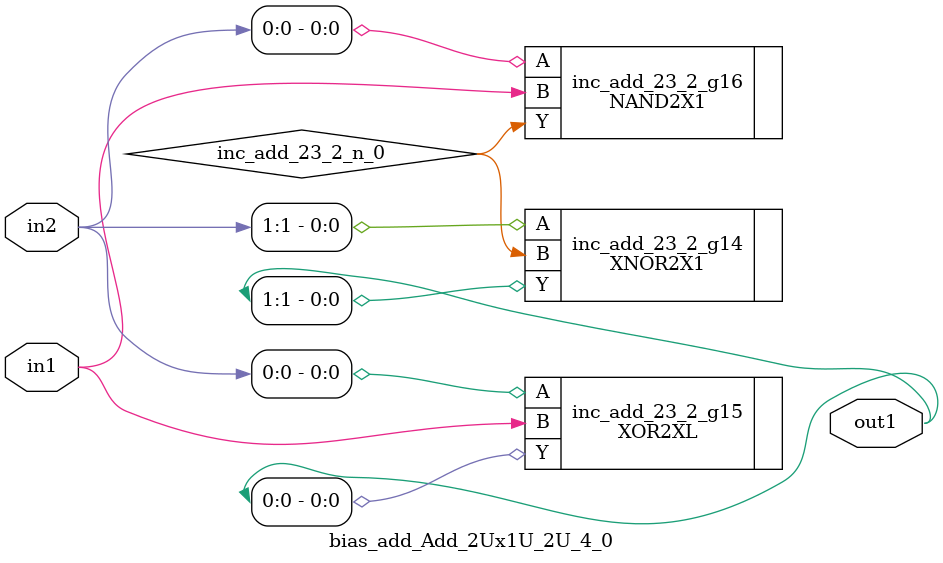
<source format=v>
`timescale 1ps / 1ps


module bias_add_Add_2Ux1U_2U_4_0(in2, in1, out1);
  input [1:0] in2;
  input in1;
  output [1:0] out1;
  wire [1:0] in2;
  wire in1;
  wire [1:0] out1;
  wire inc_add_23_2_n_0;
  XNOR2X1 inc_add_23_2_g14(.A (in2[1]), .B (inc_add_23_2_n_0), .Y
       (out1[1]));
  XOR2XL inc_add_23_2_g15(.A (in2[0]), .B (in1), .Y (out1[0]));
  NAND2X1 inc_add_23_2_g16(.A (in2[0]), .B (in1), .Y
       (inc_add_23_2_n_0));
endmodule



</source>
